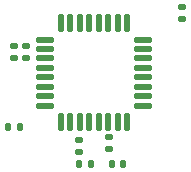
<source format=gbr>
%TF.GenerationSoftware,KiCad,Pcbnew,8.0.4*%
%TF.CreationDate,2024-10-21T16:59:15+03:00*%
%TF.ProjectId,PowerServo AE 36V 3.6A 30D,506f7765-7253-4657-9276-6f2041452033,rev?*%
%TF.SameCoordinates,Original*%
%TF.FileFunction,Paste,Top*%
%TF.FilePolarity,Positive*%
%FSLAX46Y46*%
G04 Gerber Fmt 4.6, Leading zero omitted, Abs format (unit mm)*
G04 Created by KiCad (PCBNEW 8.0.4) date 2024-10-21 16:59:15*
%MOMM*%
%LPD*%
G01*
G04 APERTURE LIST*
G04 Aperture macros list*
%AMRoundRect*
0 Rectangle with rounded corners*
0 $1 Rounding radius*
0 $2 $3 $4 $5 $6 $7 $8 $9 X,Y pos of 4 corners*
0 Add a 4 corners polygon primitive as box body*
4,1,4,$2,$3,$4,$5,$6,$7,$8,$9,$2,$3,0*
0 Add four circle primitives for the rounded corners*
1,1,$1+$1,$2,$3*
1,1,$1+$1,$4,$5*
1,1,$1+$1,$6,$7*
1,1,$1+$1,$8,$9*
0 Add four rect primitives between the rounded corners*
20,1,$1+$1,$2,$3,$4,$5,0*
20,1,$1+$1,$4,$5,$6,$7,0*
20,1,$1+$1,$6,$7,$8,$9,0*
20,1,$1+$1,$8,$9,$2,$3,0*%
G04 Aperture macros list end*
%ADD10RoundRect,0.140000X0.170000X-0.140000X0.170000X0.140000X-0.170000X0.140000X-0.170000X-0.140000X0*%
%ADD11RoundRect,0.125000X-0.625000X-0.125000X0.625000X-0.125000X0.625000X0.125000X-0.625000X0.125000X0*%
%ADD12RoundRect,0.125000X-0.125000X-0.625000X0.125000X-0.625000X0.125000X0.625000X-0.125000X0.625000X0*%
%ADD13RoundRect,0.135000X-0.185000X0.135000X-0.185000X-0.135000X0.185000X-0.135000X0.185000X0.135000X0*%
%ADD14RoundRect,0.135000X-0.135000X-0.185000X0.135000X-0.185000X0.135000X0.185000X-0.135000X0.185000X0*%
%ADD15RoundRect,0.147500X0.147500X0.172500X-0.147500X0.172500X-0.147500X-0.172500X0.147500X-0.172500X0*%
G04 APERTURE END LIST*
D10*
%TO.C,C3*%
X86750000Y-71480000D03*
X86750000Y-70520000D03*
%TD*%
D11*
%TO.C,U7*%
X89325000Y-69950000D03*
X89325000Y-70750000D03*
X89325000Y-71550000D03*
X89325000Y-72350000D03*
X89325000Y-73150000D03*
X89325000Y-73950000D03*
X89325000Y-74750000D03*
X89325000Y-75550000D03*
D12*
X90700000Y-76925000D03*
X91500000Y-76925000D03*
X92300000Y-76925000D03*
X93100000Y-76925000D03*
X93900000Y-76925000D03*
X94700000Y-76925000D03*
X95500000Y-76925000D03*
X96300000Y-76925000D03*
D11*
X97675000Y-75550000D03*
X97675000Y-74750000D03*
X97675000Y-73950000D03*
X97675000Y-73150000D03*
X97675000Y-72350000D03*
X97675000Y-71550000D03*
X97675000Y-70750000D03*
X97675000Y-69950000D03*
D12*
X96300000Y-68575000D03*
X95500000Y-68575000D03*
X94700000Y-68575000D03*
X93900000Y-68575000D03*
X93100000Y-68575000D03*
X92300000Y-68575000D03*
X91500000Y-68575000D03*
X90700000Y-68575000D03*
%TD*%
D13*
%TO.C,R3*%
X100999999Y-67230000D03*
X101000001Y-68250000D03*
%TD*%
%TO.C,R4*%
X94750001Y-78240000D03*
X94749999Y-79260000D03*
%TD*%
D10*
%TO.C,C4*%
X87750000Y-71480000D03*
X87750000Y-70520000D03*
%TD*%
D14*
%TO.C,R1*%
X86205000Y-77381751D03*
X87225000Y-77381749D03*
%TD*%
D15*
%TO.C,D2*%
X93234998Y-80500000D03*
X92265002Y-80500000D03*
%TD*%
D13*
%TO.C,R5*%
X92250002Y-78480000D03*
X92250000Y-79500000D03*
%TD*%
D15*
%TO.C,D1*%
X95969996Y-80500000D03*
X95000000Y-80500000D03*
%TD*%
M02*

</source>
